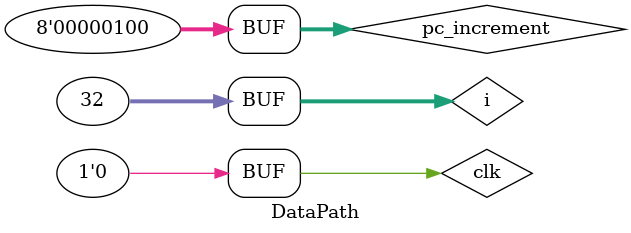
<source format=v>
`include "Add.v"
`include "AND.v"
`include "ALU.v"
`include "ALUControl.v"
`include "CONTROL.v"
`include "InstructionMemory.v"
`include "JoinShiftJump.v"
`include "DataMemory.v"
`include "Mux.v"
`include "Mux_5.v"
`include "Register.v"
`include "ShiftLeft2.v"
`include "ShiftLeft2_25.v"
`include "SignExtend.v"
`include "PC.v"
`include "Add_Single.v"

module DataPath();
	reg clk, rst;
	wire [7:0] pc;

	//Variables generales
	reg [4:0] op_31_26;
	reg [4:0] op_25_21;
	reg [4:0] op_20_16;
	reg [4:0] op_15_11;
	reg [15:0] op_15_0;
	reg [5:0] op_5_0;
	reg [25:0] op_25_0;

	wire [7:0] pc_increment;
	wire [31:0] target_pc;
	wire [31:0] pc_result_4;
	wire [31:0] pc_result_shift;
	wire [31:0] pc_result_jump;

	//Variable Shift
	wire [27:0] shift_out;
	wire [31:0] shift_2;
	wire [31:0] shift_join;

	//Variable Register
	reg [31:0] reg_file [31:0];
	wire [4:0] readRegister1;
	wire [4:0] readRegister2;
	wire [4:0] writeRegister;

	wire[31:0] readData1;
	wire[31:0] readData2;

	//Variables de CONTROL
	wire Jump;
	wire RegistroDestino;
	wire Branch;
	wire MemoryRead;
	wire MemoryToRegister;
	wire [0:0] MemoryWrite;
	wire [1:0] ALUOpcode;
	wire ALUSrc;
	wire RegisterWrite;

	//Variables ALU
	wire [31:0] A, B;
	wire [3:0] ALUControl;
	wire [31:0] ALUResult;
	wire branch_res;

	//Variables Mux_5
	wire [4:0] mux_5_result;
	wire mux_5_select;

	//Variables Mux 32
	wire [31:0] mux_32_1;
	wire [31:0] mux_32_result;
	wire mux_32_select;

	//Variables SignExtend 16->32
	wire [31:0] extend_32;

	//Variable InstructionMemory
	wire [31:0] instruction;

	//Variable DataMemory
	reg [7:0] data_memory [1023:0];
	wire [31:0] readDataMemory;


	//Unicos
	wire and_unico;


	//Asign inicial de wires
	assign pc_increment = 8'h04;

	//Encargado de hacer los cambios al PC
	PC pc_module(clk, pc, target_pc);

	//Union de shiftLeftJump a los 4 bits de la instruccion
	JoinShiftJump join_shift_jump(shift_out, instruction[31:28], shift_join);

	//Shift de 26 a 28 para usar instruct en jump
	ShiftLeft2 shiftLeftJump(op_25_0, shift_out);

	//Shift left sumar al PC una direccion
	ShiftLeft2 shiftLeftAdder(extend_32, shift_2);

	//Mux para ver si se ejecuta jump o no
	Mux muxJump(shift_join, pc_result_jump, target_pc, Jump);

	//Mux 5 para las instrucciones de write register
	Mux_5 muxWriteReg(op_20_16, op_15_11, mux_5_result, RegistroDeestino);

	//Mux que lee del  register  y el sign extende y va al ALU
	Mux muxALU(readData2, extend_32, mux_32_result, ALUSrc);

	//And de Branch (Control) y el resultado de la ALU para jump
	AND andControl(Branch, branch_res, and_unico);

	//Mux final antes del PC counter
	Mux mux_32_pc(pc_result_shift, pc_result_4, pc_result_jump, and_u_unico);

	//Extiende el signo de 16 a 32bits
	SignExtend sign_extend(clk, op_15_0, extend_32);

	//Adder para incrementar el PC
	Add_Single adderTargetPC(pc_increment, target_pc);

	// nose que hace
	Add add_pc_shift(pc_result_4, shift_2, pc_result_shift);

	//Modulo encargado de recoger la instruccion
	InstructionMemory inst_mem(clk, rst, pc, instruction);

	//Operaciones aritmeticas
	ALU alu(clk, rst, readData1, mux_32_result, branch_res, ALUResult, ALUControl);

	//Encrgado de los registros, leer y escribir
	Register register(clk, rst, readRegister1, readRegister2, mux_5_result,
					 readData1, readData2, readDataMemory,
					 RegisterWrite, MemoryToRegister, MemoryWrite, Branch, ALUSrc);

	//Control con flags para otros modulos
	CONTROL control(clk, rst, instruction, ALUOpcode, ALUSrc, MemoryWrite, RegisterWrite,
					 RegistroDestino, MemoryToRegister, MemoryRead, Branch, Jump);

	//Control con flags para el ALU
	ALUControl alu_control(clk, rst, ALUOpcode, ALUControl, op_5_0);


	//Encargado de manejar la memoria
	DataMemory data_mem(clk, rst, ALUResult, readData2, MemoryRead, MemoryWrite, readDataMemory);

	integer i;
	initial begin
		for( i = 0; i < 1024; i = i + 1 ) begin
			data_memory[ i ] = 8'h00;
		end
		for(i = 0;i < 32;i = i + 1) begin
			 reg_file[i] = 32'h00000000;
		end
	end

	initial begin

	$dumpfile("DataPath.vcd");
	$dumpvars(0, DataPath);
	$display("DataPath Test");

		clk = 0;
		#1
		clk = 1;
		#1
		clk = 0;
		#1
		clk = 1;
		#1
		clk = 0;
		#1
		clk = 1;
		#1
		clk = 0;

	end




	always@(*) begin
		op_31_26 <= instruction[31:26];
		op_25_21 <= instruction[25:21];
		op_20_16 <= instruction[20:16];
		op_15_11 <= instruction[15:11];
		op_15_0 <= instruction[15:0];
		op_25_0 <= instruction[25:0];
		op_5_0 <= instruction[5:0];
	end
endmodule

</source>
